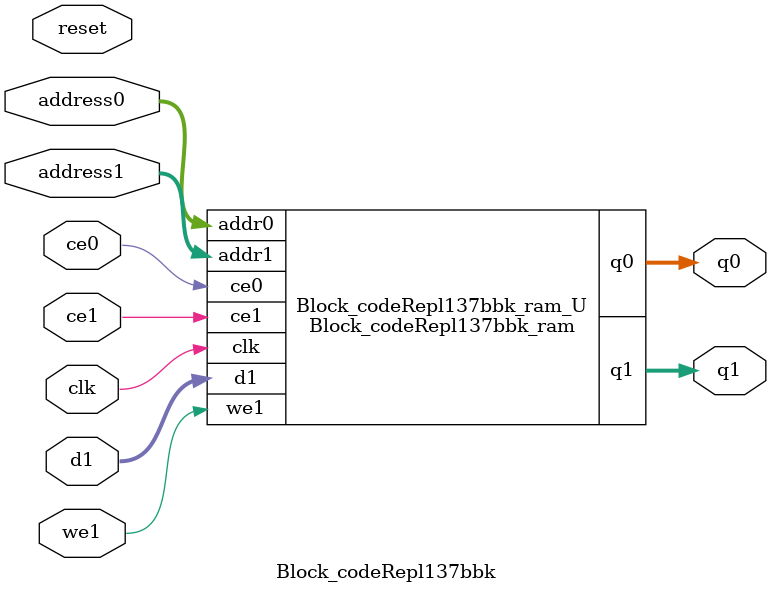
<source format=v>
`timescale 1 ns / 1 ps
module Block_codeRepl137bbk_ram (addr0, ce0, q0, addr1, ce1, d1, we1, q1,  clk);

parameter DWIDTH = 5;
parameter AWIDTH = 7;
parameter MEM_SIZE = 96;

input[AWIDTH-1:0] addr0;
input ce0;
output reg[DWIDTH-1:0] q0;
input[AWIDTH-1:0] addr1;
input ce1;
input[DWIDTH-1:0] d1;
input we1;
output reg[DWIDTH-1:0] q1;
input clk;

(* ram_style = "distributed" *)reg [DWIDTH-1:0] ram[0:MEM_SIZE-1];




always @(posedge clk)  
begin 
    if (ce0) begin
        q0 <= ram[addr0];
    end
end


always @(posedge clk)  
begin 
    if (ce1) begin
        if (we1) 
            ram[addr1] <= d1; 
        q1 <= ram[addr1];
    end
end


endmodule

`timescale 1 ns / 1 ps
module Block_codeRepl137bbk(
    reset,
    clk,
    address0,
    ce0,
    q0,
    address1,
    ce1,
    we1,
    d1,
    q1);

parameter DataWidth = 32'd5;
parameter AddressRange = 32'd96;
parameter AddressWidth = 32'd7;
input reset;
input clk;
input[AddressWidth - 1:0] address0;
input ce0;
output[DataWidth - 1:0] q0;
input[AddressWidth - 1:0] address1;
input ce1;
input we1;
input[DataWidth - 1:0] d1;
output[DataWidth - 1:0] q1;



Block_codeRepl137bbk_ram Block_codeRepl137bbk_ram_U(
    .clk( clk ),
    .addr0( address0 ),
    .ce0( ce0 ),
    .q0( q0 ),
    .addr1( address1 ),
    .ce1( ce1 ),
    .we1( we1 ),
    .d1( d1 ),
    .q1( q1 ));

endmodule


</source>
